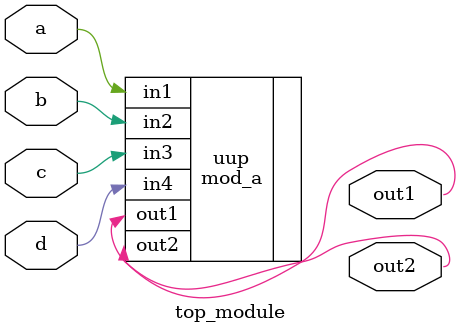
<source format=v>
module top_module ( 
    input a, 
    input b, 
    input c,
    input d,
    output out1,
    output out2
);
    mod_a uup(.in1(a), .in2(b), .in3(c), .in4(d), .out1(out1), .out2(out2));

endmodule

</source>
